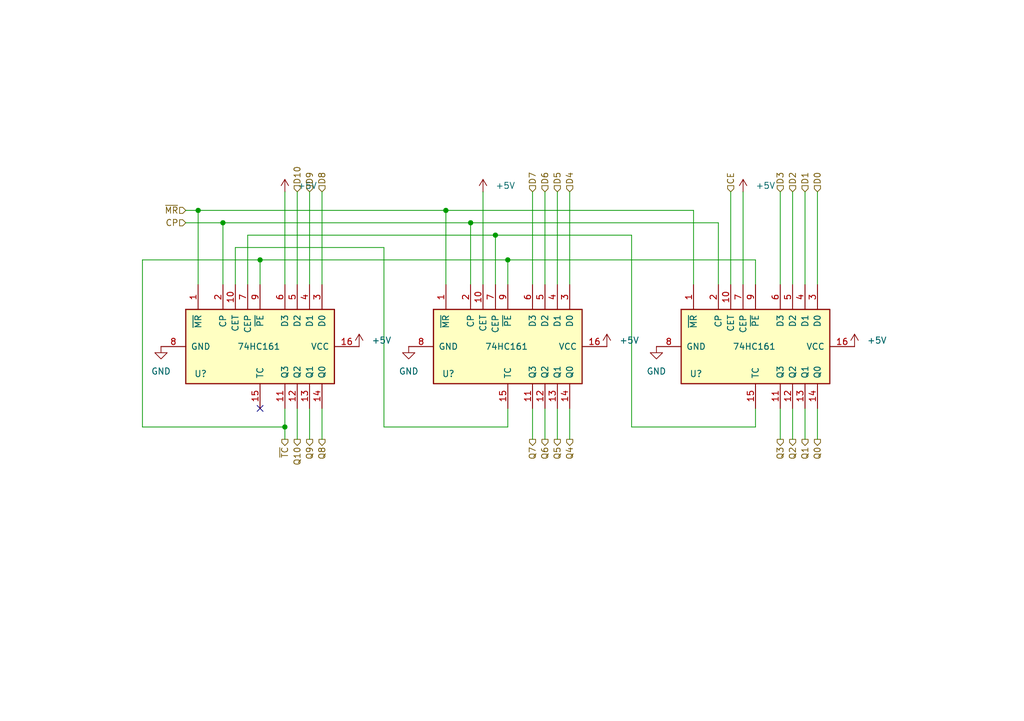
<source format=kicad_sch>
(kicad_sch (version 20231120) (generator "eeschema") (generator_version "8.0")
  (paper "A5")
  (lib_symbols
    (symbol "74xx:74LS161" (pin_names (offset 1.016))
      (property "Reference" "U" (at -7.62 16.51 0))
      (property "Value" "74LS161" (at -7.62 -16.51 0))
      (symbol "74LS161_1_0"
        (pin input line (at -12.7 -12.7 0) (length 5.08) (name "~{MR}") (number "1"))
        (pin input line (at -12.7 -5.08 0) (length 5.08) (name "CET") (number "10"))
        (pin output line (at 12.7 5.08 180) (length 5.08) (name "Q3") (number "11"))
        (pin output line (at 12.7 7.62 180) (length 5.08) (name "Q2") (number "12"))
        (pin output line (at 12.7 10.16 180) (length 5.08) (name "Q1") (number "13"))
        (pin output line (at 12.7 12.7 180) (length 5.08) (name "Q0") (number "14"))
        (pin output line (at 12.7 0 180) (length 5.08) (name "TC") (number "15"))
        (pin power_in line (at 0 20.32 270) (length 5.08) (name "VCC") (number "16"))
        (pin input line (at -12.7 -7.62 0) (length 5.08) (name "CP") (number "2"))
        (pin input line (at -12.7 12.7 0) (length 5.08) (name "D0") (number "3"))
        (pin input line (at -12.7 10.16 0) (length 5.08) (name "D1") (number "4"))
        (pin input line (at -12.7 7.62 0) (length 5.08) (name "D2") (number "5"))
        (pin input line (at -12.7 5.08 0) (length 5.08) (name "D3") (number "6"))
        (pin input line (at -12.7 -2.54 0) (length 5.08) (name "CEP") (number "7"))
        (pin power_in line (at 0 -20.32 90) (length 5.08) (name "GND") (number "8"))
        (pin input line (at -12.7 0 0) (length 5.08) (name "~{PE}") (number "9"))
      )
      (symbol "74LS161_1_1"
        (rectangle (start -7.62 15.24) (end 7.62 -15.24) (stroke (width 0.254)) (fill (type background)))
      )
    )
    (symbol "power:+5V" (power) (pin_numbers hide) (pin_names (offset 0) hide)
      (property "Value" "+5V" (at 0 3.556 0))
      (symbol "+5V_0_1"
        (polyline (pts (xy -0.762 1.27) (xy 0 2.54)))
        (polyline (pts (xy 0 0) (xy 0 2.54)))
        (polyline (pts (xy 0 2.54) (xy 0.762 1.27)))
      )
      (symbol "+5V_1_1"
        (pin power_in line (at 0 0 90) (length 0) (name "~") (number "1"))
      )
    )
    (symbol "power:GND" (power) (pin_numbers hide) (pin_names (offset 0) hide)
      (property "Value" "GND" (at 0 -3.81 0))
      (symbol "GND_0_1"
        (polyline (pts (xy 0 0) (xy 0 -1.27) (xy 1.27 -1.27) (xy 0 -2.54) (xy -1.27 -1.27) (xy 0 -1.27)))
      )
      (symbol "GND_1_1"
        (pin power_in line (at 0 0 270) (length 0) (name "~") (number "1"))
      )
    )
  )
  (junction (at 53.34 53.34))
  (junction (at 96.52 45.72))
  (junction (at 58.42 87.63))
  (junction (at 104.14 53.34))
  (junction (at 45.72 45.72))
  (junction (at 101.6 48.26))
  (junction (at 91.44 43.18))
  (junction (at 40.64 43.18))
  (no_connect (at 53.34 83.82))
  (wire (pts (xy 167.64 83.82) (xy 167.64 90.17)))
  (wire (pts (xy 99.06 39.37) (xy 99.06 58.42)))
  (wire (pts (xy 154.94 87.63) (xy 129.54 87.63)))
  (wire (pts (xy 58.42 83.82) (xy 58.42 87.63)))
  (wire (pts (xy 40.64 43.18) (xy 91.44 43.18)))
  (wire (pts (xy 116.84 39.37) (xy 116.84 58.42)))
  (wire (pts (xy 111.76 39.37) (xy 111.76 58.42)))
  (wire (pts (xy 60.96 39.37) (xy 60.96 58.42)))
  (wire (pts (xy 101.6 48.26) (xy 50.8 48.26)))
  (wire (pts (xy 114.3 83.82) (xy 114.3 90.17)))
  (wire (pts (xy 45.72 45.72) (xy 45.72 58.42)))
  (wire (pts (xy 154.94 83.82) (xy 154.94 87.63)))
  (wire (pts (xy 63.5 39.37) (xy 63.5 58.42)))
  (wire (pts (xy 152.4 39.37) (xy 152.4 58.42)))
  (wire (pts (xy 29.21 87.63) (xy 29.21 53.34)))
  (wire (pts (xy 38.1 45.72) (xy 45.72 45.72)))
  (wire (pts (xy 29.21 53.34) (xy 53.34 53.34)))
  (wire (pts (xy 129.54 87.63) (xy 129.54 48.26)))
  (wire (pts (xy 109.22 39.37) (xy 109.22 58.42)))
  (wire (pts (xy 78.74 50.8) (xy 48.26 50.8)))
  (wire (pts (xy 142.24 58.42) (xy 142.24 43.18)))
  (wire (pts (xy 147.32 58.42) (xy 147.32 45.72)))
  (wire (pts (xy 114.3 39.37) (xy 114.3 58.42)))
  (wire (pts (xy 91.44 43.18) (xy 142.24 43.18)))
  (wire (pts (xy 38.1 43.18) (xy 40.64 43.18)))
  (wire (pts (xy 104.14 83.82) (xy 104.14 87.63)))
  (wire (pts (xy 104.14 53.34) (xy 104.14 58.42)))
  (wire (pts (xy 167.64 39.37) (xy 167.64 58.42)))
  (wire (pts (xy 116.84 83.82) (xy 116.84 90.17)))
  (wire (pts (xy 162.56 83.82) (xy 162.56 90.17)))
  (wire (pts (xy 53.34 53.34) (xy 104.14 53.34)))
  (wire (pts (xy 58.42 87.63) (xy 58.42 90.17)))
  (wire (pts (xy 165.1 39.37) (xy 165.1 58.42)))
  (wire (pts (xy 104.14 87.63) (xy 78.74 87.63)))
  (wire (pts (xy 109.22 83.82) (xy 109.22 90.17)))
  (wire (pts (xy 101.6 48.26) (xy 101.6 58.42)))
  (wire (pts (xy 96.52 45.72) (xy 96.52 58.42)))
  (wire (pts (xy 66.04 83.82) (xy 66.04 90.17)))
  (wire (pts (xy 60.96 83.82) (xy 60.96 90.17)))
  (wire (pts (xy 91.44 58.42) (xy 91.44 43.18)))
  (wire (pts (xy 45.72 45.72) (xy 96.52 45.72)))
  (wire (pts (xy 129.54 48.26) (xy 101.6 48.26)))
  (wire (pts (xy 160.02 39.37) (xy 160.02 58.42)))
  (wire (pts (xy 58.42 39.37) (xy 58.42 58.42)))
  (wire (pts (xy 78.74 87.63) (xy 78.74 50.8)))
  (wire (pts (xy 58.42 87.63) (xy 29.21 87.63)))
  (wire (pts (xy 50.8 48.26) (xy 50.8 58.42)))
  (wire (pts (xy 111.76 83.82) (xy 111.76 90.17)))
  (wire (pts (xy 40.64 43.18) (xy 40.64 58.42)))
  (wire (pts (xy 53.34 53.34) (xy 53.34 58.42)))
  (wire (pts (xy 96.52 45.72) (xy 147.32 45.72)))
  (wire (pts (xy 104.14 53.34) (xy 154.94 53.34)))
  (wire (pts (xy 165.1 83.82) (xy 165.1 90.17)))
  (wire (pts (xy 48.26 50.8) (xy 48.26 58.42)))
  (wire (pts (xy 154.94 53.34) (xy 154.94 58.42)))
  (wire (pts (xy 66.04 39.37) (xy 66.04 58.42)))
  (wire (pts (xy 160.02 83.82) (xy 160.02 90.17)))
  (wire (pts (xy 63.5 83.82) (xy 63.5 90.17)))
  (wire (pts (xy 149.86 39.37) (xy 149.86 58.42)))
  (wire (pts (xy 162.56 39.37) (xy 162.56 58.42)))
  (hierarchical_label "D7" (shape input) (at 109.22 39.37 90))
  (hierarchical_label "D8" (shape input) (at 66.04 39.37 90))
  (hierarchical_label "Q5" (shape output) (at 114.3 90.17 270))
  (hierarchical_label "Q4" (shape output) (at 116.84 90.17 270))
  (hierarchical_label "CE" (shape input) (at 149.86 39.37 90))
  (hierarchical_label "~{MR}" (shape input) (at 38.1 43.18 180))
  (hierarchical_label "Q8" (shape output) (at 66.04 90.17 270))
  (hierarchical_label "D5" (shape input) (at 114.3 39.37 90))
  (hierarchical_label "Q10" (shape output) (at 60.96 90.17 270))
  (hierarchical_label "Q3" (shape output) (at 160.02 90.17 270))
  (hierarchical_label "D1" (shape input) (at 165.1 39.37 90))
  (hierarchical_label "~{TC}" (shape output) (at 58.42 90.17 270))
  (hierarchical_label "Q6" (shape output) (at 111.76 90.17 270))
  (hierarchical_label "CP" (shape input) (at 38.1 45.72 180))
  (hierarchical_label "D6" (shape input) (at 111.76 39.37 90))
  (hierarchical_label "Q2" (shape output) (at 162.56 90.17 270))
  (hierarchical_label "D9" (shape input) (at 63.5 39.37 90))
  (hierarchical_label "D2" (shape input) (at 162.56 39.37 90))
  (hierarchical_label "Q1" (shape output) (at 165.1 90.17 270))
  (hierarchical_label "D0" (shape input) (at 167.64 39.37 90))
  (hierarchical_label "D3" (shape input) (at 160.02 39.37 90))
  (hierarchical_label "Q9" (shape output) (at 63.5 90.17 270))
  (hierarchical_label "Q7" (shape output) (at 109.22 90.17 270))
  (hierarchical_label "D10" (shape input) (at 60.96 39.37 90))
  (hierarchical_label "Q0" (shape output) (at 167.64 90.17 270))
  (hierarchical_label "D4" (shape input) (at 116.84 39.37 90))
  (symbol (lib_id "power:GND") (at 83.82 71.12 0) (unit 1)
    (property "Reference" "#PWR?" (effects (hide yes)))
    (property "Value" "GND" (at 83.82 76.2 0))
    (property "Description" "Power symbol creates a global label with name \"GND\" , ground" (effects (hide yes)))
  )
  (symbol (lib_id "power:+5V") (at 58.42 39.37 0) (unit 1)
    (property "Reference" "#PWR?" (effects (hide yes)))
    (property "Value" "+5V" (at 60.96 38.0999 0) (effects (justify left)))
    (property "Description" "Power symbol creates a global label with name \"+5V\"" (effects (hide yes)))
  )
  (symbol (lib_id "74xx:74LS161") (at 154.94 71.12 270) (unit 1)
    (property "Reference" "U?" (at 142.748 76.708 90))
    (property "Value" "74HC161" (at 154.686 71.12 90))
    (property "Datasheet" "http://www.ti.com/lit/gpn/sn74LS161" (effects (hide yes)))
    (property "Description" "Synchronous 4-bit programmable binary Counter" (effects (hide yes)))
  )
  (symbol (lib_id "power:GND") (at 134.62 71.12 0) (unit 1)
    (property "Reference" "#PWR?" (effects (hide yes)))
    (property "Value" "GND" (at 134.62 76.2 0))
    (property "Description" "Power symbol creates a global label with name \"GND\" , ground" (effects (hide yes)))
  )
  (symbol (lib_id "power:+5V") (at 73.66 71.12 0) (unit 1)
    (property "Reference" "#PWR?" (effects (hide yes)))
    (property "Value" "+5V" (at 76.2 69.8499 0) (effects (justify left)))
    (property "Description" "Power symbol creates a global label with name \"+5V\"" (effects (hide yes)))
  )
  (symbol (lib_id "power:+5V") (at 152.4 39.37 0) (unit 1)
    (property "Reference" "#PWR?" (effects (hide yes)))
    (property "Value" "+5V" (at 154.94 38.0999 0) (effects (justify left)))
    (property "Description" "Power symbol creates a global label with name \"+5V\"" (effects (hide yes)))
  )
  (symbol (lib_id "power:GND") (at 33.02 71.12 0) (unit 1)
    (property "Reference" "#PWR?" (effects (hide yes)))
    (property "Value" "GND" (at 33.02 76.2 0))
    (property "Description" "Power symbol creates a global label with name \"GND\" , ground" (effects (hide yes)))
  )
  (symbol (lib_id "power:+5V") (at 99.06 39.37 0) (unit 1)
    (property "Reference" "#PWR?" (effects (hide yes)))
    (property "Value" "+5V" (at 101.6 38.0999 0) (effects (justify left)))
    (property "Description" "Power symbol creates a global label with name \"+5V\"" (effects (hide yes)))
  )
  (symbol (lib_id "74xx:74LS161") (at 53.34 71.12 270) (unit 1)
    (property "Reference" "U?" (at 41.148 76.708 90))
    (property "Value" "74HC161" (at 53.086 71.12 90))
    (property "Datasheet" "http://www.ti.com/lit/gpn/sn74LS161" (effects (hide yes)))
    (property "Description" "Synchronous 4-bit programmable binary Counter" (effects (hide yes)))
  )
  (symbol (lib_id "74xx:74LS161") (at 104.14 71.12 270) (unit 1)
    (property "Reference" "U?" (at 91.948 76.708 90))
    (property "Value" "74HC161" (at 103.886 71.12 90))
    (property "Datasheet" "http://www.ti.com/lit/gpn/sn74LS161" (effects (hide yes)))
    (property "Description" "Synchronous 4-bit programmable binary Counter" (effects (hide yes)))
  )
  (symbol (lib_id "power:+5V") (at 175.26 71.12 0) (unit 1)
    (property "Reference" "#PWR?" (effects (hide yes)))
    (property "Value" "+5V" (at 177.8 69.8499 0) (effects (justify left)))
    (property "Description" "Power symbol creates a global label with name \"+5V\"" (effects (hide yes)))
  )
  (symbol (lib_id "power:+5V") (at 124.46 71.12 0) (unit 1)
    (property "Reference" "#PWR?" (effects (hide yes)))
    (property "Value" "+5V" (at 127 69.8499 0) (effects (justify left)))
    (property "Description" "Power symbol creates a global label with name \"+5V\"" (effects (hide yes)))
  )
)
</source>
